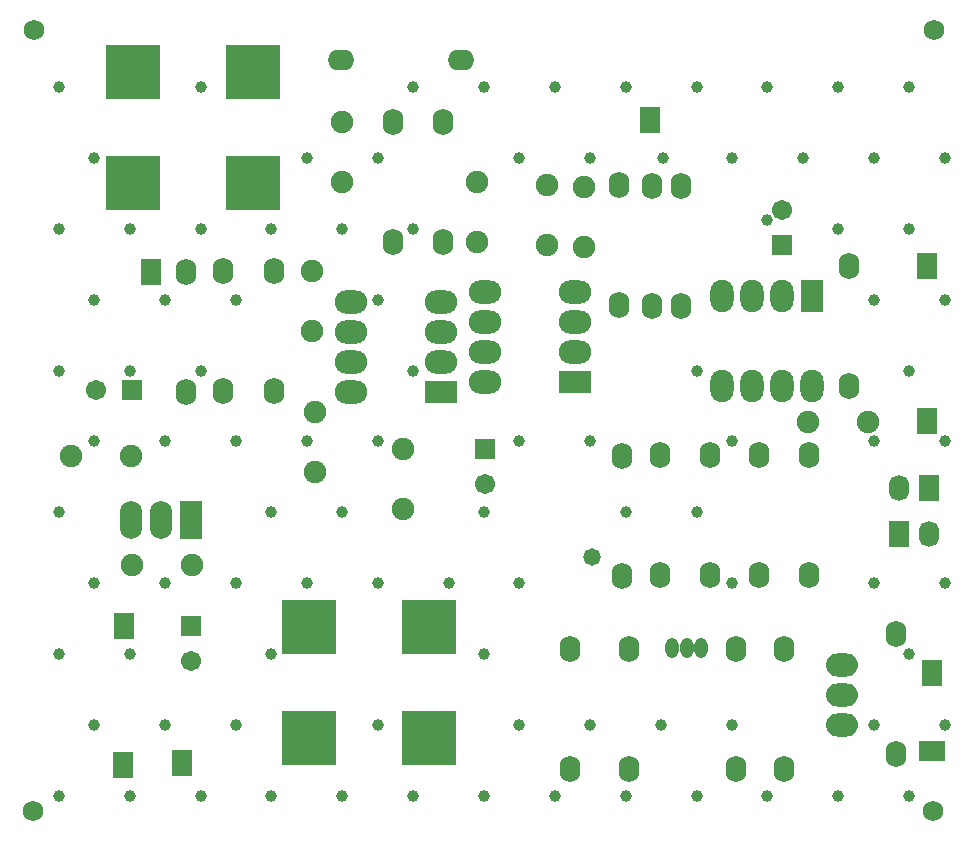
<source format=gts>
G04*
G04 #@! TF.GenerationSoftware,Altium Limited,Altium Designer,22.3.1 (43)*
G04*
G04 Layer_Color=8388736*
%FSLAX25Y25*%
%MOIN*%
G70*
G04*
G04 #@! TF.SameCoordinates,DB5E6BC5-2FB0-485C-ACA0-6941E67FB07D*
G04*
G04*
G04 #@! TF.FilePolarity,Negative*
G04*
G01*
G75*
%ADD15O,0.06800X0.08800*%
%ADD16R,0.06706X0.08674*%
%ADD17O,0.06706X0.08674*%
%ADD18R,0.08674X0.06706*%
%ADD19R,0.06706X0.06706*%
%ADD20C,0.06706*%
%ADD21C,0.07493*%
%ADD22O,0.08800X0.06800*%
%ADD23O,0.10800X0.07800*%
%ADD24R,0.10800X0.07800*%
%ADD25O,0.10642X0.07690*%
%ADD26O,0.07800X0.10800*%
%ADD27R,0.07800X0.10800*%
%ADD28R,0.06706X0.06706*%
%ADD29O,0.04343X0.06706*%
%ADD30R,0.18300X0.18300*%
%ADD31R,0.07493X0.12611*%
%ADD32O,0.07493X0.12611*%
%ADD33C,0.06800*%
%ADD34C,0.03950*%
%ADD35C,0.05800*%
D15*
X268307Y178465D02*
D03*
Y138465D02*
D03*
X72736Y199784D02*
D03*
Y239784D02*
D03*
X225590Y228130D02*
D03*
Y268130D02*
D03*
X60433Y199390D02*
D03*
Y239390D02*
D03*
X215846Y228130D02*
D03*
Y268130D02*
D03*
X259736Y73803D02*
D03*
Y113803D02*
D03*
X243996Y73898D02*
D03*
Y113898D02*
D03*
X208295Y73803D02*
D03*
Y113803D02*
D03*
X188583Y73701D02*
D03*
Y113701D02*
D03*
X218406Y138366D02*
D03*
Y178366D02*
D03*
X206004Y178169D02*
D03*
Y138169D02*
D03*
X297342Y78819D02*
D03*
Y118819D02*
D03*
X281496Y201457D02*
D03*
Y241457D02*
D03*
X129429Y289488D02*
D03*
Y249488D02*
D03*
X204921Y268524D02*
D03*
Y228524D02*
D03*
X89862Y239685D02*
D03*
Y199685D02*
D03*
X235236Y138268D02*
D03*
Y178268D02*
D03*
X251673Y138366D02*
D03*
Y178366D02*
D03*
X146161Y289488D02*
D03*
Y249488D02*
D03*
D16*
X308032Y167323D02*
D03*
X298268Y151969D02*
D03*
X215246Y290148D02*
D03*
X307655Y241302D02*
D03*
X307493Y189810D02*
D03*
X39724Y121516D02*
D03*
X48917Y239469D02*
D03*
X309252Y105709D02*
D03*
X59153Y75787D02*
D03*
X39665Y75197D02*
D03*
D17*
X298031Y167323D02*
D03*
X308268Y151969D02*
D03*
D18*
X309321Y79678D02*
D03*
D19*
X259055Y248425D02*
D03*
X160138Y180512D02*
D03*
X62303Y121457D02*
D03*
D20*
X259055Y260236D02*
D03*
X160138Y168701D02*
D03*
X30610Y200000D02*
D03*
X62303Y109646D02*
D03*
D21*
X267992Y189272D02*
D03*
X287992D02*
D03*
X157677Y249508D02*
D03*
Y269508D02*
D03*
X103543Y192835D02*
D03*
Y172835D02*
D03*
X62520Y141831D02*
D03*
X42520D02*
D03*
X102559Y239862D02*
D03*
Y219862D02*
D03*
X132874Y180532D02*
D03*
Y160531D02*
D03*
X42342Y178051D02*
D03*
X22343D02*
D03*
X193110Y267736D02*
D03*
Y247736D02*
D03*
X180709Y268425D02*
D03*
Y248425D02*
D03*
X112500Y269500D02*
D03*
Y289500D02*
D03*
D22*
X152087Y309941D02*
D03*
X112087D02*
D03*
D23*
X160236Y202736D02*
D03*
Y212736D02*
D03*
Y222736D02*
D03*
Y232736D02*
D03*
X190236Y212736D02*
D03*
Y222736D02*
D03*
Y232736D02*
D03*
X145354Y229547D02*
D03*
Y219547D02*
D03*
Y209547D02*
D03*
X115354Y229547D02*
D03*
Y219547D02*
D03*
Y209547D02*
D03*
Y199547D02*
D03*
D24*
X190236Y202736D02*
D03*
X145354Y199547D02*
D03*
D25*
X279035Y108465D02*
D03*
Y98425D02*
D03*
Y88465D02*
D03*
D26*
X239252Y231594D02*
D03*
X249252D02*
D03*
X259252D02*
D03*
X239252Y201594D02*
D03*
X249252D02*
D03*
X259252D02*
D03*
X269252D02*
D03*
D27*
Y231594D02*
D03*
D28*
X42421Y200000D02*
D03*
D29*
X222441Y114075D02*
D03*
X227362D02*
D03*
X232283D02*
D03*
D30*
X43000Y269000D02*
D03*
Y306000D02*
D03*
X83000D02*
D03*
Y269000D02*
D03*
X141437Y120957D02*
D03*
Y83957D02*
D03*
X101437D02*
D03*
Y120957D02*
D03*
D31*
X62165Y156693D02*
D03*
D32*
X52165D02*
D03*
X42165D02*
D03*
D33*
X10000Y320000D02*
D03*
X310000D02*
D03*
X309646Y59842D02*
D03*
X9646D02*
D03*
D34*
X289764Y182965D02*
D03*
X219411Y277453D02*
D03*
X289764Y135721D02*
D03*
X254331Y256638D02*
D03*
X301575Y301075D02*
D03*
X313386Y277453D02*
D03*
X301575Y253831D02*
D03*
X313386Y230209D02*
D03*
X301575Y206587D02*
D03*
X313386Y182965D02*
D03*
Y135721D02*
D03*
X301575Y112099D02*
D03*
X313386Y88476D02*
D03*
X301575Y64854D02*
D03*
X277953Y301075D02*
D03*
X289764Y277453D02*
D03*
X277953Y253831D02*
D03*
X289764Y230209D02*
D03*
Y88476D02*
D03*
X277953Y64854D02*
D03*
X254331Y301075D02*
D03*
X266142Y277453D02*
D03*
X254331Y64854D02*
D03*
X230709Y301075D02*
D03*
X242520Y277453D02*
D03*
X230709Y206587D02*
D03*
X242520Y182965D02*
D03*
X230709Y159343D02*
D03*
X242520Y135721D02*
D03*
Y88476D02*
D03*
X230709Y64854D02*
D03*
X207087Y301075D02*
D03*
Y159343D02*
D03*
X218898Y88476D02*
D03*
X207087Y64854D02*
D03*
X183465Y301075D02*
D03*
X195276Y277453D02*
D03*
Y182965D02*
D03*
Y88476D02*
D03*
X183465Y64854D02*
D03*
X159843Y301075D02*
D03*
X171654Y277453D02*
D03*
Y182965D02*
D03*
X159843Y159343D02*
D03*
X171654Y135721D02*
D03*
X159843Y112099D02*
D03*
X171654Y88476D02*
D03*
X159843Y64854D02*
D03*
X136221Y301075D02*
D03*
Y253831D02*
D03*
Y206587D02*
D03*
X148031Y135721D02*
D03*
X136221Y64854D02*
D03*
X124409Y277453D02*
D03*
X112599Y253831D02*
D03*
X124409Y230209D02*
D03*
Y182965D02*
D03*
X112599Y159343D02*
D03*
X124409Y135721D02*
D03*
Y88476D02*
D03*
X112599Y64854D02*
D03*
X100787Y277453D02*
D03*
X88976Y253831D02*
D03*
X100787Y182965D02*
D03*
X88976Y159343D02*
D03*
X100787Y135721D02*
D03*
X88976Y112099D02*
D03*
Y64854D02*
D03*
X65354Y301075D02*
D03*
Y253831D02*
D03*
X77165Y230209D02*
D03*
X65354Y206587D02*
D03*
X77165Y182965D02*
D03*
Y135721D02*
D03*
Y88476D02*
D03*
X65354Y64854D02*
D03*
X41732Y253831D02*
D03*
X53543Y230209D02*
D03*
X41732Y206587D02*
D03*
X53543Y182965D02*
D03*
Y135721D02*
D03*
X41732Y112099D02*
D03*
X53543Y88476D02*
D03*
X41732Y64854D02*
D03*
X18110Y301075D02*
D03*
X29921Y277453D02*
D03*
X18110Y253831D02*
D03*
X29921Y230209D02*
D03*
X18110Y206587D02*
D03*
X29921Y182965D02*
D03*
X18110Y159343D02*
D03*
X29921Y135721D02*
D03*
X18110Y112099D02*
D03*
X29921Y88476D02*
D03*
X18110Y64854D02*
D03*
D35*
X195965Y144390D02*
D03*
M02*

</source>
